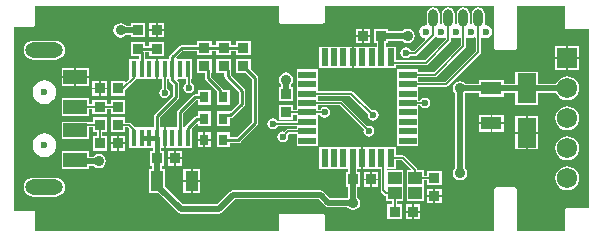
<source format=gtl>
G04*
G04 #@! TF.GenerationSoftware,Altium Limited,Altium Designer,20.2.6 (244)*
G04*
G04 Layer_Physical_Order=1*
G04 Layer_Color=255*
%FSLAX25Y25*%
%MOIN*%
G70*
G04*
G04 #@! TF.SameCoordinates,1A3BA952-A66C-493A-B53E-150E5816C36F*
G04*
G04*
G04 #@! TF.FilePolarity,Positive*
G04*
G01*
G75*
%ADD15R,0.01772X0.05512*%
%ADD16R,0.03150X0.03740*%
%ADD17R,0.05906X0.02362*%
%ADD18R,0.02362X0.05906*%
%ADD19R,0.03740X0.03543*%
%ADD20R,0.06496X0.09843*%
%ADD21R,0.04528X0.03937*%
%ADD22R,0.03543X0.03740*%
%ADD23R,0.06890X0.04331*%
%ADD24R,0.04331X0.06890*%
%ADD42R,0.07874X0.04724*%
G04:AMPARAMS|DCode=43|XSize=31.5mil|YSize=59.06mil|CornerRadius=15.75mil|HoleSize=0mil|Usage=FLASHONLY|Rotation=0.000|XOffset=0mil|YOffset=0mil|HoleType=Round|Shape=RoundedRectangle|*
%AMROUNDEDRECTD43*
21,1,0.03150,0.02756,0,0,0.0*
21,1,0.00000,0.05906,0,0,0.0*
1,1,0.03150,0.00000,-0.01378*
1,1,0.03150,0.00000,-0.01378*
1,1,0.03150,0.00000,0.01378*
1,1,0.03150,0.00000,0.01378*
%
%ADD43ROUNDEDRECTD43*%
%ADD44C,0.01000*%
%ADD45C,0.00598*%
%ADD46C,0.02000*%
%ADD47C,0.01500*%
%ADD48C,0.02362*%
%ADD49O,0.12598X0.05118*%
%ADD50R,0.06791X0.06791*%
%ADD51C,0.06791*%
%ADD52C,0.03543*%
G36*
X184335Y68898D02*
X184396Y68590D01*
X184570Y68330D01*
X184831Y68156D01*
X185138Y68095D01*
X192209D01*
Y8677D01*
X185138D01*
X184831Y8616D01*
X184570Y8442D01*
X184396Y8181D01*
X184335Y7874D01*
Y803D01*
X168224D01*
Y14764D01*
X168163Y15071D01*
X167989Y15331D01*
X167728Y15505D01*
X167421Y15567D01*
X161516D01*
X161209Y15505D01*
X160948Y15331D01*
X160774Y15071D01*
X160713Y14764D01*
X160713Y803D01*
X104248Y803D01*
X104248Y5905D01*
X104186Y6213D01*
X104013Y6473D01*
X103752Y6647D01*
X103445Y6708D01*
X89665Y6708D01*
X89358Y6647D01*
X89098Y6473D01*
X88924Y6213D01*
X88863Y5906D01*
X88863Y803D01*
X7791Y803D01*
Y6890D01*
X7730Y7197D01*
X7556Y7457D01*
X7295Y7631D01*
X6988Y7693D01*
X803D01*
Y69079D01*
X6988D01*
X7295Y69140D01*
X7556Y69314D01*
X7730Y69575D01*
X7791Y69882D01*
Y75969D01*
X88863Y75969D01*
X88863Y70866D01*
X88924Y70559D01*
X89098Y70298D01*
X89358Y70125D01*
X89665Y70063D01*
X103445D01*
X103752Y70125D01*
X104013Y70298D01*
X104186Y70559D01*
X104248Y70866D01*
Y75969D01*
X160713D01*
Y62008D01*
X160774Y61701D01*
X160948Y61440D01*
X161209Y61266D01*
X161516Y61205D01*
X167421D01*
X167728Y61266D01*
X167989Y61440D01*
X168163Y61701D01*
X168224Y62008D01*
Y75969D01*
X184335D01*
Y68898D01*
D02*
G37*
%LPC*%
G36*
X155433Y75444D02*
X154585Y75275D01*
X153866Y74795D01*
X153386Y74076D01*
X153217Y73228D01*
Y70472D01*
X153260Y70257D01*
X152933Y69864D01*
X152606Y70257D01*
X152649Y70472D01*
Y73228D01*
X152480Y74076D01*
X152000Y74795D01*
X151281Y75275D01*
X150433Y75444D01*
X149585Y75275D01*
X148866Y74795D01*
X148386Y74076D01*
X148217Y73228D01*
Y70472D01*
X148260Y70257D01*
X147933Y69864D01*
X147606Y70257D01*
X147649Y70472D01*
Y73228D01*
X147480Y74076D01*
X147000Y74795D01*
X146281Y75275D01*
X145433Y75444D01*
X144585Y75275D01*
X143866Y74795D01*
X143386Y74076D01*
X143217Y73228D01*
Y70472D01*
X143260Y70257D01*
X142933Y69864D01*
X142606Y70257D01*
X142649Y70472D01*
Y73228D01*
X142480Y74076D01*
X142000Y74795D01*
X141281Y75275D01*
X140433Y75444D01*
X139585Y75275D01*
X138866Y74795D01*
X138386Y74076D01*
X138217Y73228D01*
Y70472D01*
X138322Y69943D01*
X137933Y69511D01*
X137088Y69343D01*
X136372Y68864D01*
X135893Y68148D01*
X135725Y67303D01*
X135893Y66458D01*
X136372Y65742D01*
X137088Y65263D01*
X137611Y65159D01*
X137776Y64617D01*
X134111Y60953D01*
X132992D01*
X132975Y61036D01*
X132582Y61624D01*
X131993Y62018D01*
X131299Y62156D01*
X130605Y62018D01*
X130016Y61624D01*
X129623Y61036D01*
X129485Y60342D01*
X129623Y59647D01*
X130016Y59058D01*
X130605Y58665D01*
X131299Y58527D01*
X131993Y58665D01*
X132582Y59058D01*
X132759Y59323D01*
X134449D01*
X134761Y59385D01*
X135025Y59562D01*
X140945Y65481D01*
X141345Y65726D01*
X141596Y65592D01*
X142088Y65263D01*
X142933Y65095D01*
X143778Y65263D01*
X144118Y65491D01*
X144531Y65270D01*
X144576Y64763D01*
X137714Y57902D01*
X128020D01*
Y62311D01*
X124620D01*
Y63476D01*
X125461D01*
Y64416D01*
X130061D01*
X130181Y64236D01*
X130965Y63712D01*
X131890Y63528D01*
X132815Y63712D01*
X133598Y64236D01*
X134122Y65020D01*
X134306Y65945D01*
X134122Y66870D01*
X133598Y67654D01*
X132815Y68177D01*
X131890Y68361D01*
X130965Y68177D01*
X130181Y67654D01*
X130061Y67474D01*
X125461D01*
Y68413D01*
X120721D01*
Y63476D01*
X121561D01*
Y62311D01*
X113941D01*
Y58760D01*
Y55209D01*
X128020D01*
Y56272D01*
X138051D01*
X138363Y56334D01*
X138627Y56510D01*
X146009Y63892D01*
X146186Y64157D01*
X146248Y64468D01*
Y65223D01*
X146748Y65491D01*
X147088Y65263D01*
X147933Y65095D01*
X148778Y65263D01*
X149118Y65491D01*
X149618Y65223D01*
Y62779D01*
X140706Y53866D01*
X135500D01*
Y54831D01*
X128398D01*
Y51272D01*
Y48122D01*
Y44972D01*
Y41823D01*
Y38673D01*
Y35524D01*
Y32374D01*
Y29224D01*
X135500D01*
Y32374D01*
Y35524D01*
Y38673D01*
Y42788D01*
X136101D01*
X136414Y42319D01*
X137003Y41926D01*
X137697Y41788D01*
X138391Y41926D01*
X138980Y42319D01*
X139373Y42908D01*
X139511Y43602D01*
X139373Y44297D01*
X138980Y44885D01*
X138391Y45279D01*
X137697Y45417D01*
X137003Y45279D01*
X136414Y44885D01*
X136101Y44417D01*
X135500D01*
Y49087D01*
X144803D01*
X145115Y49149D01*
X145379Y49325D01*
X156009Y59955D01*
X156186Y60220D01*
X156248Y60532D01*
Y65223D01*
X156748Y65491D01*
X157088Y65263D01*
X157933Y65095D01*
X158778Y65263D01*
X159494Y65742D01*
X159973Y66458D01*
X160141Y67303D01*
X159973Y68148D01*
X159494Y68864D01*
X158778Y69343D01*
X157933Y69511D01*
X157544Y69943D01*
X157649Y70472D01*
Y73228D01*
X157480Y74076D01*
X157000Y74795D01*
X156281Y75275D01*
X155433Y75444D01*
D02*
G37*
G36*
X50697Y70185D02*
X48528D01*
Y68114D01*
X50697D01*
Y70185D01*
D02*
G37*
G36*
X47929D02*
X45760D01*
Y68114D01*
X47929D01*
Y70185D01*
D02*
G37*
G36*
X119358Y68413D02*
X117287D01*
Y66244D01*
X119358D01*
Y68413D01*
D02*
G37*
G36*
X116689D02*
X114618D01*
Y66244D01*
X116689D01*
Y68413D01*
D02*
G37*
G36*
X50697Y67516D02*
X48528D01*
Y65445D01*
X50697D01*
Y67516D01*
D02*
G37*
G36*
X47929D02*
X45760D01*
Y65445D01*
X47929D01*
Y67516D01*
D02*
G37*
G36*
X36220Y70231D02*
X35296Y70047D01*
X34512Y69524D01*
X33988Y68740D01*
X33804Y67815D01*
X33988Y66890D01*
X34512Y66106D01*
X35296Y65582D01*
X36220Y65398D01*
X37145Y65582D01*
X37929Y66106D01*
X38049Y66286D01*
X39559D01*
Y65445D01*
X44496D01*
Y70185D01*
X39559D01*
Y69344D01*
X38049D01*
X37929Y69524D01*
X37145Y70047D01*
X36220Y70231D01*
D02*
G37*
G36*
X119358Y65646D02*
X117287D01*
Y63476D01*
X119358D01*
Y65646D01*
D02*
G37*
G36*
X116689D02*
X114618D01*
Y63476D01*
X116689D01*
Y65646D01*
D02*
G37*
G36*
X79535Y64378D02*
X74598D01*
Y63028D01*
X73039D01*
Y64378D01*
X68102D01*
Y63028D01*
X66543D01*
Y64378D01*
X61606D01*
Y63028D01*
X56595D01*
X56204Y62950D01*
X55874Y62729D01*
X52724Y59579D01*
X52503Y59249D01*
X52425Y58858D01*
Y58276D01*
X48626D01*
Y54921D01*
Y51567D01*
X50071D01*
Y48643D01*
X49603Y48330D01*
X49209Y47742D01*
X49071Y47047D01*
X49209Y46353D01*
X49603Y45764D01*
X50191Y45371D01*
X50886Y45233D01*
X51580Y45371D01*
X52169Y45764D01*
X52562Y46353D01*
X52700Y47047D01*
X52562Y47742D01*
X52169Y48330D01*
X51701Y48643D01*
Y51567D01*
X52425D01*
Y51378D01*
X52503Y50988D01*
X52724Y50657D01*
X53705Y49676D01*
Y45993D01*
X47606Y39894D01*
X47385Y39563D01*
X47307Y39173D01*
Y35441D01*
X41105D01*
X39706Y36840D01*
X39442Y37017D01*
X39130Y37079D01*
X37705D01*
Y38787D01*
X32965D01*
Y33850D01*
X37705D01*
Y35449D01*
X38792D01*
X39165Y35076D01*
Y28732D01*
X47052D01*
Y27665D01*
X45957D01*
Y22728D01*
X46797D01*
Y21563D01*
X45563D01*
Y13476D01*
X48928D01*
X55218Y7186D01*
X55714Y6855D01*
X56299Y6738D01*
X68996D01*
X69581Y6855D01*
X70078Y7186D01*
X74354Y11463D01*
X102221D01*
X104430Y9253D01*
X104927Y8922D01*
X105512Y8805D01*
X111813D01*
X111933Y8626D01*
X112717Y8102D01*
X113642Y7918D01*
X114567Y8102D01*
X115350Y8626D01*
X115874Y9410D01*
X116058Y10335D01*
X115874Y11259D01*
X115350Y12043D01*
X115171Y12163D01*
Y15642D01*
X116012D01*
Y20579D01*
X115171D01*
Y21744D01*
X116492D01*
Y25295D01*
Y28846D01*
X102413D01*
Y21744D01*
X112112D01*
Y20579D01*
X111272D01*
Y15642D01*
X112112D01*
Y12163D01*
X111933Y12043D01*
X111813Y11864D01*
X106145D01*
X103936Y14074D01*
X103440Y14405D01*
X102854Y14522D01*
X73721D01*
X73135Y14405D01*
X72639Y14074D01*
X68363Y9797D01*
X56933D01*
X51091Y15639D01*
Y21563D01*
X49856D01*
Y22728D01*
X50697D01*
Y27665D01*
X49601D01*
Y28732D01*
X50587D01*
Y32087D01*
Y35441D01*
X49346D01*
Y38751D01*
X55445Y44850D01*
X55666Y45181D01*
X55744Y45571D01*
Y50098D01*
X55666Y50489D01*
X55445Y50819D01*
X55160Y51105D01*
X55351Y51567D01*
X58142D01*
Y50218D01*
X57674Y49905D01*
X57280Y49316D01*
X57142Y48622D01*
X57280Y47928D01*
X57674Y47339D01*
X58262Y46946D01*
X58957Y46808D01*
X59651Y46946D01*
X60240Y47339D01*
X60633Y47928D01*
X60771Y48622D01*
X60633Y49316D01*
X60240Y49905D01*
X59772Y50218D01*
Y51567D01*
X60047D01*
Y58276D01*
X55011D01*
X54804Y58776D01*
X57017Y60988D01*
X61606D01*
Y59638D01*
X66543D01*
Y60988D01*
X68102D01*
Y59638D01*
X73039D01*
Y60988D01*
X74598D01*
Y59638D01*
X79535D01*
Y64378D01*
D02*
G37*
G36*
X50697Y64083D02*
X45760D01*
Y62732D01*
X44496D01*
Y64083D01*
X39559D01*
Y59342D01*
X42189D01*
Y58276D01*
X39165D01*
Y51735D01*
X38102Y50672D01*
X37803Y50795D01*
Y50795D01*
X32866D01*
Y46055D01*
X37803D01*
Y48068D01*
X41226Y51491D01*
X41277Y51567D01*
X48028D01*
Y54921D01*
Y58276D01*
X44228D01*
Y59342D01*
X44496D01*
Y60693D01*
X45760D01*
Y59342D01*
X50697D01*
Y64083D01*
D02*
G37*
G36*
X189132Y62459D02*
X185437D01*
Y58764D01*
X189132D01*
Y62459D01*
D02*
G37*
G36*
X184839D02*
X181144D01*
Y58764D01*
X184839D01*
Y62459D01*
D02*
G37*
G36*
X14567Y64405D02*
X7087D01*
X6262Y64297D01*
X5494Y63978D01*
X4835Y63472D01*
X4329Y62813D01*
X4010Y62045D01*
X3902Y61221D01*
X4010Y60396D01*
X4329Y59628D01*
X4835Y58969D01*
X5494Y58462D01*
X6262Y58144D01*
X7087Y58036D01*
X14567D01*
X15391Y58144D01*
X16159Y58462D01*
X16819Y58969D01*
X17325Y59628D01*
X17643Y60396D01*
X17752Y61221D01*
X17643Y62045D01*
X17325Y62813D01*
X16819Y63472D01*
X16159Y63978D01*
X15391Y64297D01*
X14567Y64405D01*
D02*
G37*
G36*
X113342Y62311D02*
X102413D01*
Y55209D01*
X113342D01*
Y58760D01*
Y62311D01*
D02*
G37*
G36*
X189132Y58165D02*
X185437D01*
Y54470D01*
X189132D01*
Y58165D01*
D02*
G37*
G36*
X184839D02*
X181144D01*
Y54470D01*
X184839D01*
Y58165D01*
D02*
G37*
G36*
X25598Y55126D02*
X21362D01*
Y52465D01*
X25598D01*
Y55126D01*
D02*
G37*
G36*
X20764D02*
X16527D01*
Y52465D01*
X20764D01*
Y55126D01*
D02*
G37*
G36*
X175500Y53984D02*
X167807D01*
Y49994D01*
X163886D01*
Y51228D01*
X155799D01*
Y49994D01*
X151199D01*
X151079Y50173D01*
X150295Y50697D01*
X149370Y50881D01*
X148445Y50697D01*
X147661Y50173D01*
X147137Y49389D01*
X146953Y48465D01*
X147137Y47540D01*
X147661Y46756D01*
X147841Y46636D01*
Y22134D01*
X147661Y22014D01*
X147137Y21230D01*
X146953Y20305D01*
X147137Y19381D01*
X147661Y18597D01*
X148445Y18073D01*
X149370Y17889D01*
X150295Y18073D01*
X151079Y18597D01*
X151603Y19381D01*
X151787Y20305D01*
X151603Y21230D01*
X151079Y22014D01*
X150899Y22134D01*
Y46636D01*
X151079Y46756D01*
X151199Y46935D01*
X155799D01*
Y45701D01*
X163886D01*
Y46935D01*
X167807D01*
Y42945D01*
X175500D01*
Y46935D01*
X181448D01*
X181649Y46450D01*
X182289Y45616D01*
X183124Y44976D01*
X184095Y44573D01*
X185138Y44436D01*
X186180Y44573D01*
X187152Y44976D01*
X187986Y45616D01*
X188627Y46450D01*
X189029Y47422D01*
X189166Y48465D01*
X189029Y49507D01*
X188627Y50479D01*
X187986Y51313D01*
X187152Y51953D01*
X186180Y52356D01*
X185138Y52493D01*
X184095Y52356D01*
X183124Y51953D01*
X182289Y51313D01*
X181649Y50479D01*
X181448Y49994D01*
X175500D01*
Y53984D01*
D02*
G37*
G36*
X25598Y51866D02*
X21362D01*
Y49205D01*
X25598D01*
Y51866D01*
D02*
G37*
G36*
X20764D02*
X16527D01*
Y49205D01*
X20764D01*
Y51866D01*
D02*
G37*
G36*
X31701Y50795D02*
X29531D01*
Y48724D01*
X31701D01*
Y50795D01*
D02*
G37*
G36*
X28933D02*
X26764D01*
Y48724D01*
X28933D01*
Y50795D01*
D02*
G37*
G36*
X31701Y48126D02*
X29531D01*
Y46055D01*
X31701D01*
Y48126D01*
D02*
G37*
G36*
X28933D02*
X26764D01*
Y46055D01*
X28933D01*
Y48126D01*
D02*
G37*
G36*
X91339Y53794D02*
X90414Y53610D01*
X89630Y53087D01*
X89106Y52303D01*
X88922Y51378D01*
X89106Y50453D01*
X89630Y49669D01*
X89809Y49549D01*
Y48925D01*
X88870D01*
Y44185D01*
X93807D01*
Y48925D01*
X92868D01*
Y49549D01*
X93047Y49669D01*
X93571Y50453D01*
X93755Y51378D01*
X93571Y52303D01*
X93047Y53087D01*
X92263Y53610D01*
X91339Y53794D01*
D02*
G37*
G36*
X10827Y51215D02*
X9799Y51080D01*
X8841Y50683D01*
X8019Y50052D01*
X7388Y49230D01*
X6991Y48272D01*
X6856Y47244D01*
X6991Y46216D01*
X7388Y45259D01*
X8019Y44436D01*
X8841Y43805D01*
X9799Y43408D01*
X10827Y43273D01*
X11855Y43408D01*
X12812Y43805D01*
X13635Y44436D01*
X14266Y45259D01*
X14662Y46216D01*
X14798Y47244D01*
X14662Y48272D01*
X14266Y49230D01*
X13635Y50052D01*
X12812Y50683D01*
X11855Y51080D01*
X10827Y51215D01*
D02*
G37*
G36*
X66543Y58276D02*
X61606D01*
Y53535D01*
X64335D01*
Y51968D01*
X64412Y51578D01*
X64633Y51248D01*
X68201Y47680D01*
Y43004D01*
X72547D01*
Y47941D01*
X70349D01*
Y47994D01*
X70271Y48384D01*
X70050Y48715D01*
X66374Y52391D01*
Y53535D01*
X66543D01*
Y58276D01*
D02*
G37*
G36*
X66248Y47941D02*
X61902D01*
Y46492D01*
X60925D01*
X60535Y46414D01*
X60204Y46193D01*
X55283Y41272D01*
X55062Y40941D01*
X54984Y40551D01*
Y35441D01*
X51185D01*
Y32087D01*
Y28732D01*
X60047D01*
Y35279D01*
X61440Y36671D01*
X61902Y36480D01*
Y35917D01*
X66248D01*
Y40854D01*
X61902D01*
Y39279D01*
X61586D01*
X61196Y39201D01*
X60865Y38980D01*
X57842Y35957D01*
X57621Y35626D01*
X57584Y35441D01*
X57024D01*
Y40129D01*
X61348Y44453D01*
X61902D01*
Y43004D01*
X66248D01*
Y47941D01*
D02*
G37*
G36*
X25598Y45283D02*
X16527D01*
Y39362D01*
X25598D01*
Y41508D01*
X26764D01*
Y39953D01*
X31701D01*
Y41508D01*
X32866D01*
Y39953D01*
X37803D01*
Y44693D01*
X32866D01*
Y43138D01*
X31701D01*
Y44693D01*
X26764D01*
Y43138D01*
X25598D01*
Y45283D01*
D02*
G37*
G36*
X102035Y54831D02*
X94933D01*
Y51272D01*
Y48122D01*
Y44972D01*
Y41268D01*
X93807D01*
Y42823D01*
X88870D01*
Y38083D01*
X93807D01*
Y39638D01*
X94933D01*
Y37429D01*
X88592D01*
X88279Y37897D01*
X87691Y38290D01*
X86996Y38429D01*
X86302Y38290D01*
X85713Y37897D01*
X85320Y37308D01*
X85182Y36614D01*
X85320Y35920D01*
X85713Y35331D01*
X86302Y34938D01*
X86996Y34800D01*
X87691Y34938D01*
X88279Y35331D01*
X88592Y35799D01*
X94933D01*
Y34968D01*
X92115D01*
X91803Y34906D01*
X91538Y34730D01*
X90797Y33988D01*
X90244Y34098D01*
X89550Y33960D01*
X88961Y33566D01*
X88568Y32978D01*
X88430Y32283D01*
X88568Y31589D01*
X88961Y31001D01*
X89550Y30607D01*
X90244Y30469D01*
X90939Y30607D01*
X91527Y31001D01*
X91921Y31589D01*
X92059Y32283D01*
X91949Y32836D01*
X92452Y33339D01*
X94933D01*
Y29224D01*
X102035D01*
Y32374D01*
Y35524D01*
Y39638D01*
X102597D01*
X102910Y39170D01*
X103499Y38776D01*
X104193Y38638D01*
X104887Y38776D01*
X105476Y39170D01*
X105869Y39758D01*
X106007Y40453D01*
X105869Y41147D01*
X105476Y41736D01*
X104887Y42129D01*
X104193Y42267D01*
X103499Y42129D01*
X102910Y41736D01*
X102597Y41268D01*
X102035D01*
Y42788D01*
X109210D01*
X117255Y34742D01*
X117142Y34173D01*
X117280Y33479D01*
X117674Y32890D01*
X118262Y32497D01*
X118957Y32359D01*
X119651Y32497D01*
X120240Y32890D01*
X120633Y33479D01*
X120771Y34173D01*
X120633Y34868D01*
X120240Y35456D01*
X119651Y35849D01*
X118957Y35988D01*
X118421Y35881D01*
X110123Y44179D01*
X109859Y44355D01*
X109547Y44417D01*
X102035D01*
Y45937D01*
X112812D01*
X118717Y40032D01*
X118607Y39480D01*
X118745Y38786D01*
X119139Y38197D01*
X119727Y37804D01*
X120422Y37666D01*
X121116Y37804D01*
X121705Y38197D01*
X122098Y38786D01*
X122236Y39480D01*
X122098Y40174D01*
X121705Y40763D01*
X121116Y41156D01*
X120422Y41294D01*
X119869Y41184D01*
X113726Y47328D01*
X113461Y47505D01*
X113150Y47567D01*
X102035D01*
Y51272D01*
Y54831D01*
D02*
G37*
G36*
X163886Y39614D02*
X160142D01*
Y37150D01*
X163886D01*
Y39614D01*
D02*
G37*
G36*
X159543D02*
X155799D01*
Y37150D01*
X159543D01*
Y39614D01*
D02*
G37*
G36*
X31602Y38787D02*
X26862D01*
Y37134D01*
X25598D01*
Y37409D01*
X16527D01*
Y31488D01*
X25598D01*
Y35504D01*
X26862D01*
Y33850D01*
X28417D01*
Y32685D01*
X26862D01*
Y27748D01*
X31602D01*
Y32685D01*
X30047D01*
Y33850D01*
X31602D01*
Y38787D01*
D02*
G37*
G36*
X73039Y58276D02*
X68102D01*
Y53535D01*
X70831D01*
Y52559D01*
X70908Y52169D01*
X71129Y51838D01*
X75654Y47314D01*
Y43729D01*
X72974Y41049D01*
X72547Y40854D01*
Y40854D01*
X72547Y40854D01*
X68201D01*
Y35917D01*
X72547D01*
Y38460D01*
X72846D01*
X73236Y38538D01*
X73567Y38759D01*
X77394Y42586D01*
X77615Y42917D01*
X77693Y43307D01*
Y47736D01*
X77615Y48126D01*
X77394Y48457D01*
X72870Y52981D01*
Y53535D01*
X73039D01*
Y58276D01*
D02*
G37*
G36*
X185138Y42493D02*
X184095Y42356D01*
X183124Y41953D01*
X182289Y41313D01*
X181649Y40479D01*
X181246Y39507D01*
X181109Y38465D01*
X181246Y37422D01*
X181649Y36450D01*
X182289Y35616D01*
X183124Y34976D01*
X184095Y34573D01*
X185138Y34436D01*
X186180Y34573D01*
X187152Y34976D01*
X187986Y35616D01*
X188627Y36450D01*
X189029Y37422D01*
X189166Y38465D01*
X189029Y39507D01*
X188627Y40479D01*
X187986Y41313D01*
X187152Y41953D01*
X186180Y42356D01*
X185138Y42493D01*
D02*
G37*
G36*
X163886Y36551D02*
X160142D01*
Y34087D01*
X163886D01*
Y36551D01*
D02*
G37*
G36*
X159543D02*
X155799D01*
Y34087D01*
X159543D01*
Y36551D01*
D02*
G37*
G36*
X175500Y39220D02*
X171953D01*
Y34000D01*
X175500D01*
Y39220D01*
D02*
G37*
G36*
X171354D02*
X167807D01*
Y34000D01*
X171354D01*
Y39220D01*
D02*
G37*
G36*
X79535Y58276D02*
X74598D01*
Y53535D01*
X78093D01*
X79984Y51645D01*
Y37233D01*
X75070Y32319D01*
X72547D01*
Y33768D01*
X68201D01*
Y28831D01*
X72547D01*
Y30280D01*
X75492D01*
X75882Y30357D01*
X76213Y30578D01*
X81725Y36090D01*
X81946Y36421D01*
X82024Y36811D01*
Y52067D01*
X81946Y52457D01*
X81725Y52788D01*
X79535Y54977D01*
Y58276D01*
D02*
G37*
G36*
X66248Y33768D02*
X64374D01*
Y31598D01*
X66248D01*
Y33768D01*
D02*
G37*
G36*
X63776D02*
X61902D01*
Y31598D01*
X63776D01*
Y33768D01*
D02*
G37*
G36*
X37705Y32685D02*
X35634D01*
Y30516D01*
X37705D01*
Y32685D01*
D02*
G37*
G36*
X35035D02*
X32965D01*
Y30516D01*
X35035D01*
Y32685D01*
D02*
G37*
G36*
X66248Y31000D02*
X64374D01*
Y28831D01*
X66248D01*
Y31000D01*
D02*
G37*
G36*
X63776D02*
X61902D01*
Y28831D01*
X63776D01*
Y31000D01*
D02*
G37*
G36*
X175500Y33402D02*
X171953D01*
Y28181D01*
X175500D01*
Y33402D01*
D02*
G37*
G36*
X171354D02*
X167807D01*
Y28181D01*
X171354D01*
Y33402D01*
D02*
G37*
G36*
X37705Y29917D02*
X35634D01*
Y27748D01*
X37705D01*
Y29917D01*
D02*
G37*
G36*
X35035D02*
X32965D01*
Y27748D01*
X35035D01*
Y29917D01*
D02*
G37*
G36*
X10827Y33498D02*
X9799Y33363D01*
X8841Y32967D01*
X8019Y32335D01*
X7388Y31513D01*
X6991Y30555D01*
X6856Y29528D01*
X6991Y28500D01*
X7388Y27542D01*
X8019Y26720D01*
X8841Y26089D01*
X9799Y25692D01*
X10827Y25557D01*
X11855Y25692D01*
X12812Y26089D01*
X13635Y26720D01*
X14266Y27542D01*
X14662Y28500D01*
X14798Y29528D01*
X14662Y30555D01*
X14266Y31513D01*
X13635Y32335D01*
X12812Y32967D01*
X11855Y33363D01*
X10827Y33498D01*
D02*
G37*
G36*
X56799Y27665D02*
X54728D01*
Y25496D01*
X56799D01*
Y27665D01*
D02*
G37*
G36*
X54130D02*
X52059D01*
Y25496D01*
X54130D01*
Y27665D01*
D02*
G37*
G36*
X185138Y32493D02*
X184095Y32356D01*
X183124Y31953D01*
X182289Y31313D01*
X181649Y30479D01*
X181246Y29507D01*
X181109Y28465D01*
X181246Y27422D01*
X181649Y26450D01*
X182289Y25616D01*
X183124Y24976D01*
X184095Y24573D01*
X185138Y24436D01*
X186180Y24573D01*
X187152Y24976D01*
X187986Y25616D01*
X188627Y26450D01*
X189029Y27422D01*
X189166Y28465D01*
X189029Y29507D01*
X188627Y30479D01*
X187986Y31313D01*
X187152Y31953D01*
X186180Y32356D01*
X185138Y32493D01*
D02*
G37*
G36*
X56799Y24898D02*
X54728D01*
Y22728D01*
X56799D01*
Y24898D01*
D02*
G37*
G36*
X54130D02*
X52059D01*
Y22728D01*
X54130D01*
Y24898D01*
D02*
G37*
G36*
X25598Y27567D02*
X16527D01*
Y21646D01*
X25598D01*
Y22683D01*
X27108D01*
X27228Y22504D01*
X28012Y21980D01*
X28937Y21796D01*
X29862Y21980D01*
X30646Y22504D01*
X31170Y23288D01*
X31354Y24213D01*
X31170Y25137D01*
X30646Y25921D01*
X29862Y26445D01*
X28937Y26629D01*
X28012Y26445D01*
X27228Y25921D01*
X27108Y25742D01*
X25598D01*
Y27567D01*
D02*
G37*
G36*
X122114Y20579D02*
X120043D01*
Y18409D01*
X122114D01*
Y20579D01*
D02*
G37*
G36*
X119445D02*
X117374D01*
Y18409D01*
X119445D01*
Y20579D01*
D02*
G37*
G36*
X62705Y21563D02*
X60240D01*
Y17819D01*
X62705D01*
Y21563D01*
D02*
G37*
G36*
X59642D02*
X57177D01*
Y17819D01*
X59642D01*
Y21563D01*
D02*
G37*
G36*
X128020Y28846D02*
X117091D01*
Y25295D01*
Y21744D01*
X122906D01*
Y14429D01*
X122968Y14117D01*
X123144Y13853D01*
X124089Y12908D01*
X124354Y12731D01*
X124657Y12671D01*
Y10917D01*
X126705D01*
Y9850D01*
X125150D01*
Y4913D01*
X129890D01*
Y9850D01*
X128335D01*
Y10917D01*
X130382D01*
Y16035D01*
Y21169D01*
X125209D01*
X124962Y21669D01*
X125019Y21744D01*
X128020D01*
Y24480D01*
X130135D01*
X132984Y21631D01*
X132793Y21169D01*
X131547D01*
Y16035D01*
Y10917D01*
X137272D01*
Y16035D01*
Y17787D01*
X138339D01*
Y16232D01*
X143276D01*
Y20973D01*
X138339D01*
Y19417D01*
X137272D01*
Y21169D01*
X135224D01*
Y21358D01*
X135162Y21670D01*
X134986Y21935D01*
X131049Y25872D01*
X130784Y26048D01*
X130472Y26110D01*
X128020D01*
Y28846D01*
D02*
G37*
G36*
X122114Y17811D02*
X120043D01*
Y15642D01*
X122114D01*
Y17811D01*
D02*
G37*
G36*
X119445D02*
X117374D01*
Y15642D01*
X119445D01*
Y17811D01*
D02*
G37*
G36*
X185138Y22493D02*
X184095Y22356D01*
X183124Y21953D01*
X182289Y21313D01*
X181649Y20479D01*
X181246Y19507D01*
X181109Y18465D01*
X181246Y17422D01*
X181649Y16450D01*
X182289Y15616D01*
X183124Y14976D01*
X184095Y14573D01*
X185138Y14436D01*
X186180Y14573D01*
X187152Y14976D01*
X187986Y15616D01*
X188627Y16450D01*
X189029Y17422D01*
X189166Y18465D01*
X189029Y19507D01*
X188627Y20479D01*
X187986Y21313D01*
X187152Y21953D01*
X186180Y22356D01*
X185138Y22493D01*
D02*
G37*
G36*
X62705Y17221D02*
X60240D01*
Y13476D01*
X62705D01*
Y17221D01*
D02*
G37*
G36*
X59642D02*
X57177D01*
Y13476D01*
X59642D01*
Y17221D01*
D02*
G37*
G36*
X143276Y14870D02*
X141106D01*
Y12799D01*
X143276D01*
Y14870D01*
D02*
G37*
G36*
X140508D02*
X138339D01*
Y12799D01*
X140508D01*
Y14870D01*
D02*
G37*
G36*
X14567Y18736D02*
X7087D01*
X6262Y18627D01*
X5494Y18309D01*
X4835Y17803D01*
X4329Y17143D01*
X4010Y16375D01*
X3902Y15551D01*
X4010Y14727D01*
X4329Y13959D01*
X4835Y13299D01*
X5494Y12793D01*
X6262Y12475D01*
X7087Y12366D01*
X14567D01*
X15391Y12475D01*
X16159Y12793D01*
X16819Y13299D01*
X17325Y13959D01*
X17643Y14727D01*
X17752Y15551D01*
X17643Y16375D01*
X17325Y17143D01*
X16819Y17803D01*
X16159Y18309D01*
X15391Y18627D01*
X14567Y18736D01*
D02*
G37*
G36*
X143276Y12201D02*
X141106D01*
Y10130D01*
X143276D01*
Y12201D01*
D02*
G37*
G36*
X140508D02*
X138339D01*
Y10130D01*
X140508D01*
Y12201D01*
D02*
G37*
G36*
X135992Y9850D02*
X133921D01*
Y7681D01*
X135992D01*
Y9850D01*
D02*
G37*
G36*
X133323D02*
X131252D01*
Y7681D01*
X133323D01*
Y9850D01*
D02*
G37*
G36*
X135992Y7083D02*
X133921D01*
Y4913D01*
X135992D01*
Y7083D01*
D02*
G37*
G36*
X133323D02*
X131252D01*
Y4913D01*
X133323D01*
Y7083D01*
D02*
G37*
%LPD*%
G36*
X152088Y65263D02*
X152933Y65095D01*
X153778Y65263D01*
X154118Y65491D01*
X154618Y65223D01*
Y60869D01*
X144466Y50716D01*
X135500D01*
Y52236D01*
X141043D01*
X141355Y52298D01*
X141620Y52475D01*
X151009Y61865D01*
X151186Y62129D01*
X151248Y62441D01*
Y65223D01*
X151748Y65491D01*
X152088Y65263D01*
D02*
G37*
D15*
X58563Y54921D02*
D03*
X56004D02*
D03*
X53445D02*
D03*
X50886D02*
D03*
X48327D02*
D03*
X45768D02*
D03*
X43209D02*
D03*
X40650D02*
D03*
X58563Y32087D02*
D03*
X56004D02*
D03*
X53445D02*
D03*
X50886D02*
D03*
X48327D02*
D03*
X45768D02*
D03*
X43209D02*
D03*
X40650D02*
D03*
D16*
X64075Y45472D02*
D03*
X70374D02*
D03*
X64075Y38386D02*
D03*
X70374D02*
D03*
X64075Y31299D02*
D03*
X70374D02*
D03*
D17*
X131949Y49902D02*
D03*
Y46752D02*
D03*
Y53051D02*
D03*
Y40453D02*
D03*
Y37303D02*
D03*
Y43602D02*
D03*
Y34154D02*
D03*
Y31004D02*
D03*
X98484Y53051D02*
D03*
Y46752D02*
D03*
Y43602D02*
D03*
Y49902D02*
D03*
Y37303D02*
D03*
Y34154D02*
D03*
Y40453D02*
D03*
Y31004D02*
D03*
D18*
X113642Y58760D02*
D03*
X116791D02*
D03*
X110492D02*
D03*
X123091D02*
D03*
X126240D02*
D03*
X119941D02*
D03*
X126240Y25295D02*
D03*
X113642D02*
D03*
X116791D02*
D03*
X110492D02*
D03*
X123091D02*
D03*
X119941D02*
D03*
X104193Y58760D02*
D03*
X107343D02*
D03*
Y25295D02*
D03*
X104193D02*
D03*
D19*
X91339Y46555D02*
D03*
Y40453D02*
D03*
X140807Y18602D02*
D03*
Y12500D02*
D03*
X48228Y67815D02*
D03*
Y61713D02*
D03*
X42028D02*
D03*
Y67815D02*
D03*
X64075Y62008D02*
D03*
Y55905D02*
D03*
X70571Y62008D02*
D03*
Y55905D02*
D03*
X35335Y48425D02*
D03*
Y42323D02*
D03*
X29232D02*
D03*
Y48425D02*
D03*
X77067Y62008D02*
D03*
Y55905D02*
D03*
D20*
X171653Y48465D02*
D03*
Y33701D02*
D03*
D21*
X134409Y18602D02*
D03*
Y13484D02*
D03*
X127520Y18602D02*
D03*
Y13484D02*
D03*
D22*
X119744Y18110D02*
D03*
X113642D02*
D03*
X133622Y7382D02*
D03*
X127520D02*
D03*
X123091Y65945D02*
D03*
X116988D02*
D03*
X35335Y30217D02*
D03*
X29232D02*
D03*
X35335Y36319D02*
D03*
X29232D02*
D03*
X48327Y25197D02*
D03*
X54429D02*
D03*
D23*
X159843Y36850D02*
D03*
Y48465D02*
D03*
D24*
X48327Y17520D02*
D03*
X59941D02*
D03*
D42*
X21063Y52165D02*
D03*
Y42323D02*
D03*
Y34449D02*
D03*
Y24606D02*
D03*
D43*
X155433Y71850D02*
D03*
X150433D02*
D03*
X145433D02*
D03*
X140433D02*
D03*
D44*
X65354Y51968D02*
X69329Y47994D01*
X64075Y55905D02*
X64083D01*
X65354Y54634D01*
Y51968D02*
Y54634D01*
X56595Y62008D02*
X70571D01*
X53445Y58858D02*
X56595Y62008D01*
X48327Y32087D02*
Y39173D01*
X54724Y45571D02*
Y50098D01*
X48327Y39173D02*
X54724Y45571D01*
X75492Y31299D02*
X81004Y36811D01*
X77165Y55905D02*
X81004Y52067D01*
Y36811D02*
Y52067D01*
X53445Y54921D02*
Y58858D01*
Y51378D02*
Y54921D01*
Y51378D02*
X54724Y50098D01*
X76673Y43307D02*
Y47736D01*
X70374Y38386D02*
Y38405D01*
X71449Y39480D01*
X72846D01*
X76673Y43307D01*
X69329Y46517D02*
X70374Y45472D01*
X69329Y46517D02*
Y47994D01*
X70571Y62008D02*
X77067D01*
X71850Y52559D02*
Y54634D01*
Y52559D02*
X76673Y47736D01*
X70579Y55905D02*
X71850Y54634D01*
X70571Y55905D02*
X70579D01*
X77067D02*
X77165D01*
X70374Y31299D02*
X75492D01*
X60925Y45472D02*
X64075D01*
X56004Y40551D02*
X60925Y45472D01*
X56004Y32087D02*
Y40551D01*
X58563Y35236D02*
X61586Y38259D01*
X58563Y32087D02*
Y35236D01*
X61586Y38259D02*
X63948D01*
X64075Y38386D01*
X43209Y54921D02*
Y60532D01*
X42028Y61713D02*
X43209Y60532D01*
X42028Y61713D02*
X48228D01*
D45*
X90244Y32283D02*
X92115Y34154D01*
X98484Y46752D02*
X113150D01*
X131949Y43602D02*
X137697D01*
X98484Y40453D02*
X104193D01*
X97795Y36614D02*
X98484Y37303D01*
X109547Y43602D02*
X118957Y34193D01*
X92115Y34154D02*
X98484D01*
Y43602D02*
X109547D01*
X118957Y34173D02*
Y34193D01*
X86996Y36614D02*
X97795D01*
X113150Y46752D02*
X120422Y39480D01*
X123721Y14429D02*
Y24665D01*
X123091Y25295D02*
X123721Y24665D01*
Y14429D02*
X124665Y13484D01*
X127520D01*
X134409Y18602D02*
Y21358D01*
X130472Y25295D02*
X134409Y21358D01*
X126240Y25295D02*
X130472D01*
X127520Y7382D02*
Y13484D01*
X134409Y18602D02*
X140807D01*
X145433Y64468D02*
Y71850D01*
X127122Y57087D02*
X138051D01*
X145433Y64468D01*
X131949Y49902D02*
X144803D01*
X155433Y60532D01*
X131949Y53051D02*
X141043D01*
X150433Y62441D01*
X126240Y57968D02*
Y58760D01*
Y57968D02*
X127122Y57087D01*
X131299Y60342D02*
X131503Y60138D01*
X134449D01*
X140433Y66122D01*
X91535Y40453D02*
X98484D01*
X140433Y66122D02*
Y71850D01*
X150433Y62441D02*
Y71850D01*
X155433Y60532D02*
Y71850D01*
X21063Y42323D02*
X29232D01*
X20079Y34449D02*
X21949Y36319D01*
X29232D01*
X40650Y52067D02*
Y54921D01*
X35335Y48425D02*
X37008D01*
X40650Y52067D01*
Y32087D02*
Y34744D01*
X39130Y36264D02*
X40650Y34744D01*
X35390Y36264D02*
X39130D01*
X35335Y36319D02*
X35390Y36264D01*
X58563Y54921D02*
X58957Y54528D01*
Y48622D02*
Y54528D01*
X50886Y47047D02*
Y54921D01*
X29232Y30217D02*
Y36319D01*
Y42323D02*
X35335D01*
D46*
X102854Y12992D02*
X105512Y10335D01*
X68996Y8268D02*
X73721Y12992D01*
X102854D01*
X149370Y20305D02*
Y48465D01*
X113642Y18110D02*
Y25295D01*
X105512Y10335D02*
X113642D01*
Y18110D01*
X123091Y65945D02*
X131890D01*
X149370Y48465D02*
X159843D01*
X91339Y46555D02*
Y51378D01*
X123091Y58760D02*
Y65945D01*
X123091Y65945D02*
X123091Y65945D01*
X159843Y48465D02*
X171653D01*
X48327Y17520D02*
X49492Y16354D01*
Y15075D02*
Y16354D01*
X56299Y8268D02*
X68996D01*
X49492Y15075D02*
X56299Y8268D01*
X48327Y17520D02*
Y25197D01*
X171653Y48465D02*
X185138D01*
X21063Y24606D02*
X21457Y24213D01*
X28937D01*
X36220Y67815D02*
X42028D01*
D47*
X43209Y32087D02*
X45768D01*
X48327D01*
Y25197D02*
Y32087D01*
D48*
X10827Y29528D02*
D03*
Y47244D02*
D03*
X137933Y67303D02*
D03*
X142933D02*
D03*
X147933D02*
D03*
X152933D02*
D03*
X157933D02*
D03*
X139399Y36909D02*
D03*
X144803Y20305D02*
D03*
X159843Y23622D02*
D03*
X90244Y32283D02*
D03*
X137697Y43602D02*
D03*
X104193Y40453D02*
D03*
X120422Y39480D02*
D03*
X86996Y36614D02*
D03*
X118957Y34173D02*
D03*
X190849Y16726D02*
D03*
Y41530D02*
D03*
Y66334D02*
D03*
X74410Y34437D02*
D03*
X83760D02*
D03*
X111410Y37894D02*
D03*
X120422Y44488D02*
D03*
X111811D02*
D03*
X83760Y26772D02*
D03*
X85766Y51575D02*
D03*
X158976Y63465D02*
D03*
X164272Y59646D02*
D03*
X134646Y25591D02*
D03*
X140807Y7776D02*
D03*
X129528Y22835D02*
D03*
X129331Y62894D02*
D03*
X146063Y40945D02*
D03*
X143307Y47343D02*
D03*
X107678Y16732D02*
D03*
X146752Y55315D02*
D03*
X143307Y58858D02*
D03*
X139961Y62343D02*
D03*
X124665Y36850D02*
D03*
X115748Y40846D02*
D03*
X103740Y30610D02*
D03*
X126772D02*
D03*
Y52362D02*
D03*
X103740Y53543D02*
D03*
X116988Y70079D02*
D03*
X113642Y53543D02*
D03*
X119744Y13878D02*
D03*
X116791Y30610D02*
D03*
X131299Y60342D02*
D03*
X96457Y68209D02*
D03*
X159172Y74410D02*
D03*
X171653Y41043D02*
D03*
X131890Y74410D02*
D03*
X180121Y74409D02*
D03*
X157286Y2559D02*
D03*
X159843Y41530D02*
D03*
X83664Y16732D02*
D03*
X74114Y45177D02*
D03*
X107678Y74409D02*
D03*
X96457Y8563D02*
D03*
X159843Y32283D02*
D03*
X177362Y33760D02*
D03*
X132482Y2559D02*
D03*
X77067Y51575D02*
D03*
X171653Y25591D02*
D03*
X83664Y74409D02*
D03*
X107678Y2559D02*
D03*
X55216Y17520D02*
D03*
X36516Y61713D02*
D03*
X34056Y13583D02*
D03*
X40650Y42323D02*
D03*
X57284Y45472D02*
D03*
X60433Y41043D02*
D03*
X62500Y50591D02*
D03*
X58957Y48622D02*
D03*
X50886Y47047D02*
D03*
X64075Y26673D02*
D03*
X21063Y29528D02*
D03*
X58366Y59646D02*
D03*
X69291Y51772D02*
D03*
X48327Y49606D02*
D03*
X48228Y72244D02*
D03*
X14665Y52165D02*
D03*
X21063Y47244D02*
D03*
Y57284D02*
D03*
X29232Y52756D02*
D03*
X35335Y25787D02*
D03*
X64764Y17520D02*
D03*
X59941Y11614D02*
D03*
X58661Y25197D02*
D03*
X50886Y37402D02*
D03*
X180121Y2559D02*
D03*
X83664D02*
D03*
X58860D02*
D03*
X34056D02*
D03*
X9252D02*
D03*
X2362Y13582D02*
D03*
Y38386D02*
D03*
Y63190D02*
D03*
X58860Y74409D02*
D03*
X34056D02*
D03*
X9252D02*
D03*
D49*
X10827Y15551D02*
D03*
Y61221D02*
D03*
D50*
X185138Y58465D02*
D03*
D51*
Y48465D02*
D03*
Y38465D02*
D03*
Y28465D02*
D03*
Y18465D02*
D03*
D52*
X149370Y20305D02*
D03*
X113642Y10335D02*
D03*
X149370Y48465D02*
D03*
X131890Y65945D02*
D03*
X91339Y51378D02*
D03*
X36220Y67815D02*
D03*
X28937Y24213D02*
D03*
M02*

</source>
